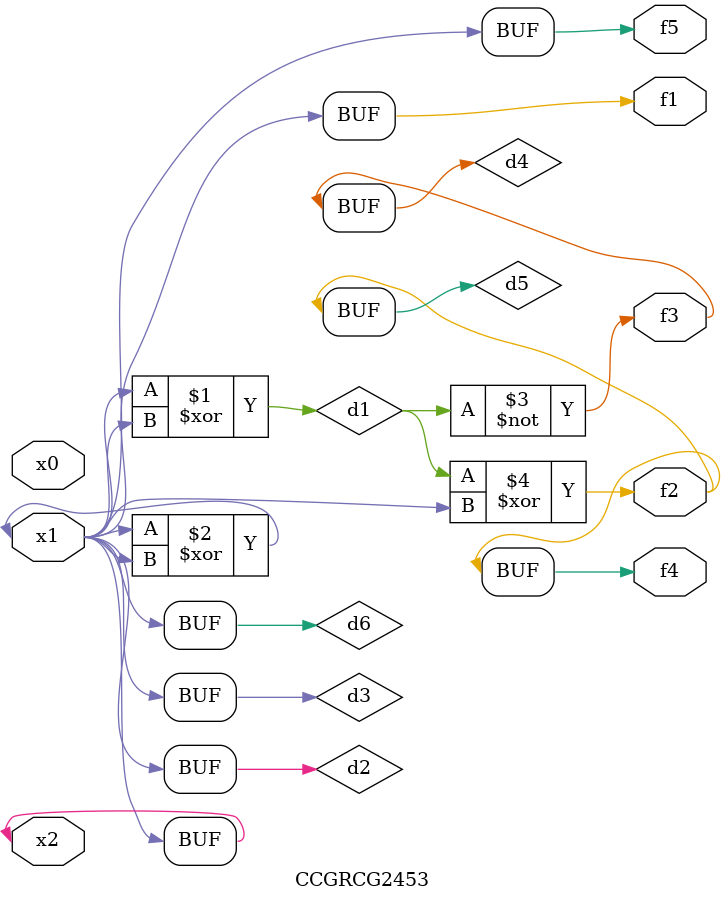
<source format=v>
module CCGRCG2453(
	input x0, x1, x2,
	output f1, f2, f3, f4, f5
);

	wire d1, d2, d3, d4, d5, d6;

	xor (d1, x1, x2);
	buf (d2, x1, x2);
	xor (d3, x1, x2);
	nor (d4, d1);
	xor (d5, d1, d2);
	buf (d6, d2, d3);
	assign f1 = d6;
	assign f2 = d5;
	assign f3 = d4;
	assign f4 = d5;
	assign f5 = d6;
endmodule

</source>
